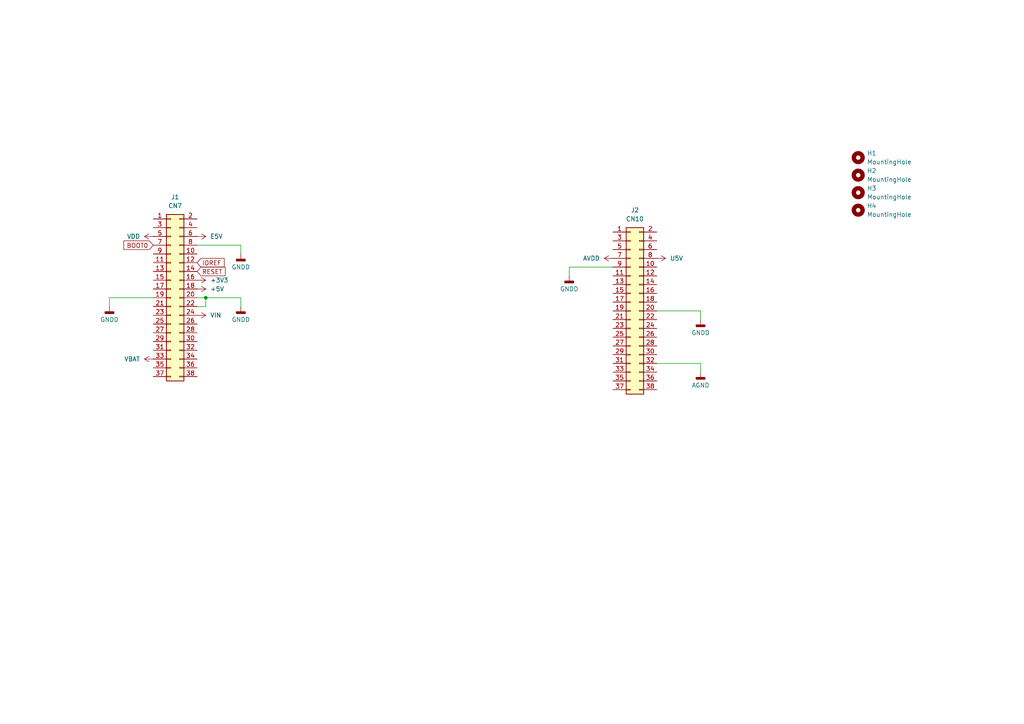
<source format=kicad_sch>
(kicad_sch (version 20250114) (generator "eeschema") (generator_version "9.0")
  (paper "A4")
  (lib_symbols
    (symbol "Connector_Generic:Conn_02x19_Odd_Even" (pin_names (offset 1.016) (hide yes))
      (property "Reference" "J" (at 1.27 25.4 0))
      (property "Value" "Conn_02x19_Odd_Even" (at 1.27 -25.4 0))
      (symbol "Conn_02x19_Odd_Even_1_1"
        (rectangle (start -1.27 24.13) (end 3.81 -24.13) (stroke (width 0.254)) (fill (type background)))
        (rectangle (start -1.27 22.987) (end 0 22.733) (stroke (width 0.1524)))
        (rectangle (start -1.27 20.447) (end 0 20.193) (stroke (width 0.1524)))
        (rectangle (start -1.27 17.907) (end 0 17.653) (stroke (width 0.1524)))
        (rectangle (start -1.27 15.367) (end 0 15.113) (stroke (width 0.1524)))
        (rectangle (start -1.27 12.827) (end 0 12.573) (stroke (width 0.1524)))
        (rectangle (start -1.27 10.287) (end 0 10.033) (stroke (width 0.1524)))
        (rectangle (start -1.27 7.747) (end 0 7.493) (stroke (width 0.1524)))
        (rectangle (start -1.27 5.207) (end 0 4.953) (stroke (width 0.1524)))
        (rectangle (start -1.27 2.667) (end 0 2.413) (stroke (width 0.1524)))
        (rectangle (start -1.27 0.127) (end 0 -0.127) (stroke (width 0.1524)))
        (rectangle (start -1.27 -2.413) (end 0 -2.667) (stroke (width 0.1524)))
        (rectangle (start -1.27 -4.953) (end 0 -5.207) (stroke (width 0.1524)))
        (rectangle (start -1.27 -7.493) (end 0 -7.747) (stroke (width 0.1524)))
        (rectangle (start -1.27 -10.033) (end 0 -10.287) (stroke (width 0.1524)))
        (rectangle (start -1.27 -12.573) (end 0 -12.827) (stroke (width 0.1524)))
        (rectangle (start -1.27 -15.113) (end 0 -15.367) (stroke (width 0.1524)))
        (rectangle (start -1.27 -17.653) (end 0 -17.907) (stroke (width 0.1524)))
        (rectangle (start -1.27 -20.193) (end 0 -20.447) (stroke (width 0.1524)))
        (rectangle (start -1.27 -22.733) (end 0 -22.987) (stroke (width 0.1524)))
        (rectangle (start 3.81 22.987) (end 2.54 22.733) (stroke (width 0.1524)))
        (rectangle (start 3.81 20.447) (end 2.54 20.193) (stroke (width 0.1524)))
        (rectangle (start 3.81 17.907) (end 2.54 17.653) (stroke (width 0.1524)))
        (rectangle (start 3.81 15.367) (end 2.54 15.113) (stroke (width 0.1524)))
        (rectangle (start 3.81 12.827) (end 2.54 12.573) (stroke (width 0.1524)))
        (rectangle (start 3.81 10.287) (end 2.54 10.033) (stroke (width 0.1524)))
        (rectangle (start 3.81 7.747) (end 2.54 7.493) (stroke (width 0.1524)))
        (rectangle (start 3.81 5.207) (end 2.54 4.953) (stroke (width 0.1524)))
        (rectangle (start 3.81 2.667) (end 2.54 2.413) (stroke (width 0.1524)))
        (rectangle (start 3.81 0.127) (end 2.54 -0.127) (stroke (width 0.1524)))
        (rectangle (start 3.81 -2.413) (end 2.54 -2.667) (stroke (width 0.1524)))
        (rectangle (start 3.81 -4.953) (end 2.54 -5.207) (stroke (width 0.1524)))
        (rectangle (start 3.81 -7.493) (end 2.54 -7.747) (stroke (width 0.1524)))
        (rectangle (start 3.81 -10.033) (end 2.54 -10.287) (stroke (width 0.1524)))
        (rectangle (start 3.81 -12.573) (end 2.54 -12.827) (stroke (width 0.1524)))
        (rectangle (start 3.81 -15.113) (end 2.54 -15.367) (stroke (width 0.1524)))
        (rectangle (start 3.81 -17.653) (end 2.54 -17.907) (stroke (width 0.1524)))
        (rectangle (start 3.81 -20.193) (end 2.54 -20.447) (stroke (width 0.1524)))
        (rectangle (start 3.81 -22.733) (end 2.54 -22.987) (stroke (width 0.1524)))
        (pin passive line (at -5.08 22.86 0) (length 3.81) (name "Pin_1") (number "1"))
        (pin passive line (at -5.08 20.32 0) (length 3.81) (name "Pin_3") (number "3"))
        (pin passive line (at -5.08 17.78 0) (length 3.81) (name "Pin_5") (number "5"))
        (pin passive line (at -5.08 15.24 0) (length 3.81) (name "Pin_7") (number "7"))
        (pin passive line (at -5.08 12.7 0) (length 3.81) (name "Pin_9") (number "9"))
        (pin passive line (at -5.08 10.16 0) (length 3.81) (name "Pin_11") (number "11"))
        (pin passive line (at -5.08 7.62 0) (length 3.81) (name "Pin_13") (number "13"))
        (pin passive line (at -5.08 5.08 0) (length 3.81) (name "Pin_15") (number "15"))
        (pin passive line (at -5.08 2.54 0) (length 3.81) (name "Pin_17") (number "17"))
        (pin passive line (at -5.08 0 0) (length 3.81) (name "Pin_19") (number "19"))
        (pin passive line (at -5.08 -2.54 0) (length 3.81) (name "Pin_21") (number "21"))
        (pin passive line (at -5.08 -5.08 0) (length 3.81) (name "Pin_23") (number "23"))
        (pin passive line (at -5.08 -7.62 0) (length 3.81) (name "Pin_25") (number "25"))
        (pin passive line (at -5.08 -10.16 0) (length 3.81) (name "Pin_27") (number "27"))
        (pin passive line (at -5.08 -12.7 0) (length 3.81) (name "Pin_29") (number "29"))
        (pin passive line (at -5.08 -15.24 0) (length 3.81) (name "Pin_31") (number "31"))
        (pin passive line (at -5.08 -17.78 0) (length 3.81) (name "Pin_33") (number "33"))
        (pin passive line (at -5.08 -20.32 0) (length 3.81) (name "Pin_35") (number "35"))
        (pin passive line (at -5.08 -22.86 0) (length 3.81) (name "Pin_37") (number "37"))
        (pin passive line (at 7.62 22.86 180) (length 3.81) (name "Pin_2") (number "2"))
        (pin passive line (at 7.62 20.32 180) (length 3.81) (name "Pin_4") (number "4"))
        (pin passive line (at 7.62 17.78 180) (length 3.81) (name "Pin_6") (number "6"))
        (pin passive line (at 7.62 15.24 180) (length 3.81) (name "Pin_8") (number "8"))
        (pin passive line (at 7.62 12.7 180) (length 3.81) (name "Pin_10") (number "10"))
        (pin passive line (at 7.62 10.16 180) (length 3.81) (name "Pin_12") (number "12"))
        (pin passive line (at 7.62 7.62 180) (length 3.81) (name "Pin_14") (number "14"))
        (pin passive line (at 7.62 5.08 180) (length 3.81) (name "Pin_16") (number "16"))
        (pin passive line (at 7.62 2.54 180) (length 3.81) (name "Pin_18") (number "18"))
        (pin passive line (at 7.62 0 180) (length 3.81) (name "Pin_20") (number "20"))
        (pin passive line (at 7.62 -2.54 180) (length 3.81) (name "Pin_22") (number "22"))
        (pin passive line (at 7.62 -5.08 180) (length 3.81) (name "Pin_24") (number "24"))
        (pin passive line (at 7.62 -7.62 180) (length 3.81) (name "Pin_26") (number "26"))
        (pin passive line (at 7.62 -10.16 180) (length 3.81) (name "Pin_28") (number "28"))
        (pin passive line (at 7.62 -12.7 180) (length 3.81) (name "Pin_30") (number "30"))
        (pin passive line (at 7.62 -15.24 180) (length 3.81) (name "Pin_32") (number "32"))
        (pin passive line (at 7.62 -17.78 180) (length 3.81) (name "Pin_34") (number "34"))
        (pin passive line (at 7.62 -20.32 180) (length 3.81) (name "Pin_36") (number "36"))
        (pin passive line (at 7.62 -22.86 180) (length 3.81) (name "Pin_38") (number "38"))
      )
    )
    (symbol "Mechanical:MountingHole" (pin_names (offset 1.016)) (in_bom no)
      (property "Reference" "H" (at 0 5.08 0))
      (property "Value" "MountingHole" (at 0 3.175 0))
      (symbol "MountingHole_0_1"
        (circle (center 0 0) (radius 1.27) (stroke (width 1.27)))
      )
    )
    (symbol "power:+3V3" (power) (pin_numbers (hide yes)) (pin_names (offset 0) (hide yes))
      (property "Value" "+3V3" (at 0 3.556 0))
      (symbol "+3V3_0_1"
        (polyline (pts (xy -0.762 1.27) (xy 0 2.54)))
        (polyline (pts (xy 0 2.54) (xy 0.762 1.27)))
        (polyline (pts (xy 0 0) (xy 0 2.54)))
      )
      (symbol "+3V3_1_1"
        (pin power_in line (at 0 0 90) (length 0) (name "~") (number "1"))
      )
    )
    (symbol "power:+5V" (power) (pin_numbers (hide yes)) (pin_names (offset 0) (hide yes))
      (property "Value" "+5V" (at 0 3.556 0))
      (symbol "+5V_0_1"
        (polyline (pts (xy -0.762 1.27) (xy 0 2.54)))
        (polyline (pts (xy 0 2.54) (xy 0.762 1.27)))
        (polyline (pts (xy 0 0) (xy 0 2.54)))
      )
      (symbol "+5V_1_1"
        (pin power_in line (at 0 0 90) (length 0) (name "~") (number "1"))
      )
    )
    (symbol "power:GNDD" (power) (pin_numbers (hide yes)) (pin_names (offset 0) (hide yes))
      (property "Value" "GNDD" (at 0 -3.175 0))
      (symbol "GNDD_0_1"
        (rectangle (start -1.27 -1.524) (end 1.27 -2.032) (stroke (width 0.254)) (fill (type outline)))
        (polyline (pts (xy 0 0) (xy 0 -1.524)))
      )
      (symbol "GNDD_1_1"
        (pin power_in line (at 0 0 270) (length 0) (name "~") (number "1"))
      )
    )
    (symbol "power:VDD" (power) (pin_numbers (hide yes)) (pin_names (offset 0) (hide yes))
      (property "Value" "VDD" (at 0 3.556 0))
      (symbol "VDD_0_1"
        (polyline (pts (xy -0.762 1.27) (xy 0 2.54)))
        (polyline (pts (xy 0 2.54) (xy 0.762 1.27)))
        (polyline (pts (xy 0 0) (xy 0 2.54)))
      )
      (symbol "VDD_1_1"
        (pin power_in line (at 0 0 90) (length 0) (name "~") (number "1"))
      )
    )
  )
  (junction (at 59.69 86.36))
  (wire (pts (xy 59.69 88.9) (xy 57.15 88.9)))
  (wire (pts (xy 69.85 71.12) (xy 69.85 73.66)))
  (wire (pts (xy 190.5 105.41) (xy 203.2 105.41)))
  (wire (pts (xy 59.69 86.36) (xy 69.85 86.36)))
  (wire (pts (xy 165.1 77.47) (xy 165.1 80.01)))
  (wire (pts (xy 203.2 90.17) (xy 203.2 92.71)))
  (wire (pts (xy 190.5 90.17) (xy 203.2 90.17)))
  (wire (pts (xy 59.69 86.36) (xy 59.69 88.9)))
  (wire (pts (xy 31.75 86.36) (xy 31.75 88.9)))
  (wire (pts (xy 69.85 86.36) (xy 69.85 88.9)))
  (wire (pts (xy 177.8 77.47) (xy 165.1 77.47)))
  (wire (pts (xy 57.15 86.36) (xy 59.69 86.36)))
  (wire (pts (xy 31.75 86.36) (xy 44.45 86.36)))
  (wire (pts (xy 57.15 71.12) (xy 69.85 71.12)))
  (wire (pts (xy 203.2 105.41) (xy 203.2 107.95)))
  (global_label "RESET" (shape input) (at 57.15 78.74 0) (property "Intersheetrefs" "${INTERSHEET_REFS}" (effects (hide yes))))
  (global_label "BOOT0" (shape input) (at 44.45 71.12 180) (property "Intersheetrefs" "${INTERSHEET_REFS}" (effects (hide yes))))
  (global_label "IOREF" (shape input) (at 57.15 76.2 0) (property "Intersheetrefs" "${INTERSHEET_REFS}" (effects (hide yes))))
  (symbol (lib_id "power:VDD") (at 44.45 104.14 90) (unit 1)
    (property "Reference" "#PWR02" (effects (hide yes)))
    (property "Value" "VBAT" (at 40.64 104.1399 90) (effects (justify left)))
    (property "Description" "Power symbol creates a global label with name \"VDD\"" (effects (hide yes)))
  )
  (symbol (lib_id "Mechanical:MountingHole") (at 248.92 50.8 0) (unit 1) (in_bom no)
    (property "Reference" "H2" (at 251.46 49.5299 0) (effects (justify left)))
    (property "Value" "MountingHole" (at 251.46 52.0699 0) (effects (justify left)))
    (property "Footprint" "MountingHole:MountingHole_3.2mm_M3_ISO14580" (effects (hide yes)))
    (property "Description" "Mounting Hole without connection" (effects (hide yes)))
  )
  (symbol (lib_id "power:VDD") (at 57.15 68.58 270) (unit 1)
    (property "Reference" "#PWR03" (effects (hide yes)))
    (property "Value" "E5V" (at 60.96 68.5799 90) (effects (justify left)))
    (property "Description" "Power symbol creates a global label with name \"VDD\"" (effects (hide yes)))
  )
  (symbol (lib_id "power:GNDD") (at 203.2 107.95 0) (unit 1)
    (property "Reference" "#PWR012" (effects (hide yes)))
    (property "Value" "AGND" (at 203.2 111.76 0))
    (property "Description" "Power symbol creates a global label with name \"GNDD\" , digital ground" (effects (hide yes)))
  )
  (symbol (lib_id "power:VDD") (at 44.45 68.58 90) (unit 1)
    (property "Reference" "#PWR01" (effects (hide yes)))
    (property "Value" "VDD" (at 40.64 68.5799 90) (effects (justify left)))
    (property "Description" "Power symbol creates a global label with name \"VDD\"" (effects (hide yes)))
  )
  (symbol (lib_id "Mechanical:MountingHole") (at 248.92 60.96 0) (unit 1) (in_bom no)
    (property "Reference" "H4" (at 251.46 59.6899 0) (effects (justify left)))
    (property "Value" "MountingHole" (at 251.46 62.2299 0) (effects (justify left)))
    (property "Footprint" "MountingHole:MountingHole_3.2mm_M3_ISO14580" (effects (hide yes)))
    (property "Description" "Mounting Hole without connection" (effects (hide yes)))
  )
  (symbol (lib_id "Mechanical:MountingHole") (at 248.92 45.72 0) (unit 1) (in_bom no)
    (property "Reference" "H1" (at 251.46 44.4499 0) (effects (justify left)))
    (property "Value" "MountingHole" (at 251.46 46.9899 0) (effects (justify left)))
    (property "Footprint" "MountingHole:MountingHole_3.2mm_M3_ISO14580" (effects (hide yes)))
    (property "Description" "Mounting Hole without connection" (effects (hide yes)))
  )
  (symbol (lib_id "power:+3V3") (at 57.15 81.28 270) (unit 1)
    (property "Reference" "#PWR08" (effects (hide yes)))
    (property "Value" "+3V3" (at 60.96 81.2799 90) (effects (justify left)))
    (property "Description" "Power symbol creates a global label with name \"+3V3\"" (effects (hide yes)))
  )
  (symbol (lib_id "power:+5V") (at 57.15 83.82 270) (unit 1)
    (property "Reference" "#PWR09" (effects (hide yes)))
    (property "Value" "+5V" (at 60.96 83.8199 90) (effects (justify left)))
    (property "Description" "Power symbol creates a global label with name \"+5V\"" (effects (hide yes)))
  )
  (symbol (lib_id "Connector_Generic:Conn_02x19_Odd_Even") (at 182.88 90.17 0) (unit 1)
    (property "Reference" "J2" (at 184.15 60.96 0))
    (property "Value" "CN10" (at 184.15 63.5 0))
    (property "Footprint" "Connector_PinSocket_2.54mm:PinSocket_2x19_P2.54mm_Vertical" (effects (hide yes)))
    (property "Description" "Generic connector, double row, 02x19, odd/even pin numbering scheme (row 1 odd numbers, row 2 even numbers), script generated (kicad-library-utils/schlib/autogen/connector/)" (effects (hide yes)))
  )
  (symbol (lib_id "power:GNDD") (at 165.1 80.01 0) (mirror y) (unit 1)
    (property "Reference" "#PWR014" (effects (hide yes)))
    (property "Value" "GNDD" (at 165.1 83.82 0))
    (property "Description" "Power symbol creates a global label with name \"GNDD\" , digital ground" (effects (hide yes)))
  )
  (symbol (lib_id "power:VDD") (at 177.8 74.93 90) (unit 1)
    (property "Reference" "#PWR013" (effects (hide yes)))
    (property "Value" "AVDD" (at 173.99 74.9299 90) (effects (justify left)))
    (property "Description" "Power symbol creates a global label with name \"VDD\"" (effects (hide yes)))
  )
  (symbol (lib_id "power:VDD") (at 57.15 91.44 270) (unit 1)
    (property "Reference" "#PWR07" (effects (hide yes)))
    (property "Value" "VIN" (at 60.96 91.4399 90) (effects (justify left)))
    (property "Description" "Power symbol creates a global label with name \"VDD\"" (effects (hide yes)))
  )
  (symbol (lib_id "power:GNDD") (at 69.85 73.66 0) (unit 1)
    (property "Reference" "#PWR04" (effects (hide yes)))
    (property "Value" "GNDD" (at 69.85 77.47 0))
    (property "Description" "Power symbol creates a global label with name \"GNDD\" , digital ground" (effects (hide yes)))
  )
  (symbol (lib_id "power:GNDD") (at 69.85 88.9 0) (unit 1)
    (property "Reference" "#PWR06" (effects (hide yes)))
    (property "Value" "GNDD" (at 69.85 92.71 0))
    (property "Description" "Power symbol creates a global label with name \"GNDD\" , digital ground" (effects (hide yes)))
  )
  (symbol (lib_id "power:GNDD") (at 203.2 92.71 0) (unit 1)
    (property "Reference" "#PWR011" (effects (hide yes)))
    (property "Value" "GNDD" (at 203.2 96.52 0))
    (property "Description" "Power symbol creates a global label with name \"GNDD\" , digital ground" (effects (hide yes)))
  )
  (symbol (lib_id "Mechanical:MountingHole") (at 248.92 55.88 0) (unit 1) (in_bom no)
    (property "Reference" "H3" (at 251.46 54.6099 0) (effects (justify left)))
    (property "Value" "MountingHole" (at 251.46 57.1499 0) (effects (justify left)))
    (property "Footprint" "MountingHole:MountingHole_3.2mm_M3_ISO14580" (effects (hide yes)))
    (property "Description" "Mounting Hole without connection" (effects (hide yes)))
  )
  (symbol (lib_id "Connector_Generic:Conn_02x19_Odd_Even") (at 49.53 86.36 0) (unit 1)
    (property "Reference" "J1" (at 50.8 57.15 0))
    (property "Value" "CN7" (at 50.8 59.69 0))
    (property "Footprint" "Connector_PinSocket_2.54mm:PinSocket_2x19_P2.54mm_Vertical" (effects (hide yes)))
    (property "Description" "Generic connector, double row, 02x19, odd/even pin numbering scheme (row 1 odd numbers, row 2 even numbers), script generated (kicad-library-utils/schlib/autogen/connector/)" (effects (hide yes)))
  )
  (symbol (lib_id "power:VDD") (at 190.5 74.93 270) (unit 1)
    (property "Reference" "#PWR010" (effects (hide yes)))
    (property "Value" "U5V" (at 194.31 74.9299 90) (effects (justify left)))
    (property "Description" "Power symbol creates a global label with name \"VDD\"" (effects (hide yes)))
  )
  (symbol (lib_id "power:GNDD") (at 31.75 88.9 0) (unit 1)
    (property "Reference" "#PWR05" (effects (hide yes)))
    (property "Value" "GNDD" (at 31.75 92.71 0))
    (property "Description" "Power symbol creates a global label with name \"GNDD\" , digital ground" (effects (hide yes)))
  )
)
</source>
